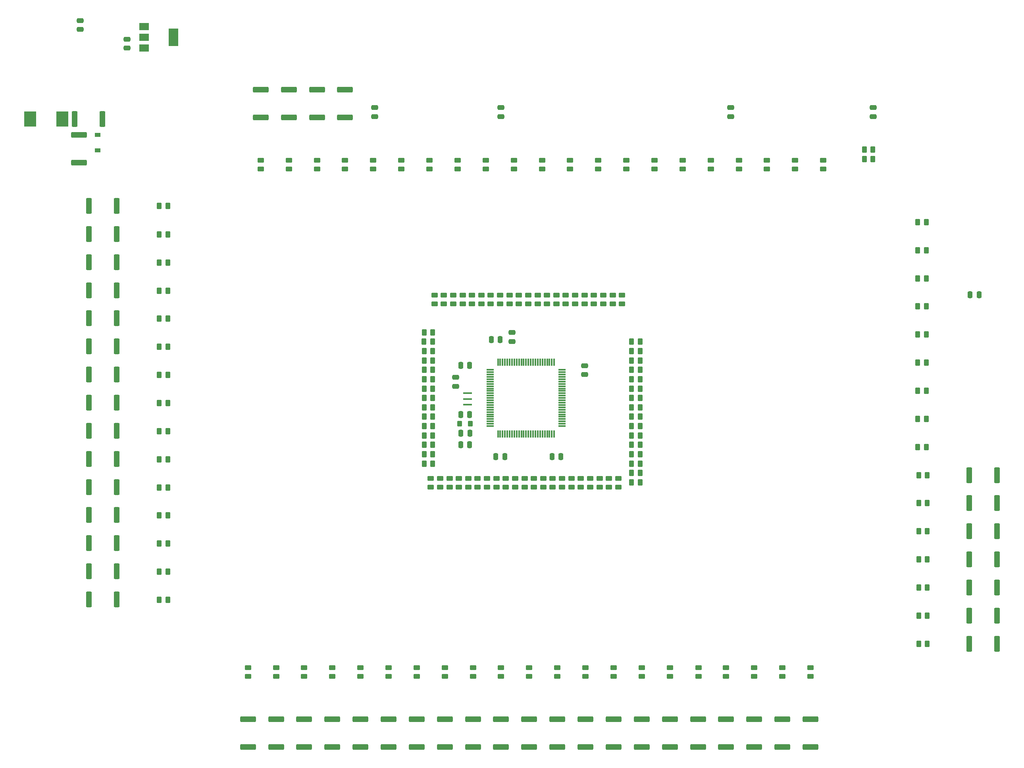
<source format=gbr>
%TF.GenerationSoftware,KiCad,Pcbnew,(6.0.9)*%
%TF.CreationDate,2023-01-18T11:33:35+02:00*%
%TF.ProjectId,SilosProject02,53696c6f-7350-4726-9f6a-65637430322e,rev?*%
%TF.SameCoordinates,Original*%
%TF.FileFunction,Paste,Top*%
%TF.FilePolarity,Positive*%
%FSLAX46Y46*%
G04 Gerber Fmt 4.6, Leading zero omitted, Abs format (unit mm)*
G04 Created by KiCad (PCBNEW (6.0.9)) date 2023-01-18 11:33:35*
%MOMM*%
%LPD*%
G01*
G04 APERTURE LIST*
G04 Aperture macros list*
%AMRoundRect*
0 Rectangle with rounded corners*
0 $1 Rounding radius*
0 $2 $3 $4 $5 $6 $7 $8 $9 X,Y pos of 4 corners*
0 Add a 4 corners polygon primitive as box body*
4,1,4,$2,$3,$4,$5,$6,$7,$8,$9,$2,$3,0*
0 Add four circle primitives for the rounded corners*
1,1,$1+$1,$2,$3*
1,1,$1+$1,$4,$5*
1,1,$1+$1,$6,$7*
1,1,$1+$1,$8,$9*
0 Add four rect primitives between the rounded corners*
20,1,$1+$1,$2,$3,$4,$5,0*
20,1,$1+$1,$4,$5,$6,$7,0*
20,1,$1+$1,$6,$7,$8,$9,0*
20,1,$1+$1,$8,$9,$2,$3,0*%
G04 Aperture macros list end*
%ADD10RoundRect,0.250000X-1.425000X0.362500X-1.425000X-0.362500X1.425000X-0.362500X1.425000X0.362500X0*%
%ADD11R,2.500000X3.300000*%
%ADD12RoundRect,0.250000X0.450000X-0.262500X0.450000X0.262500X-0.450000X0.262500X-0.450000X-0.262500X0*%
%ADD13RoundRect,0.250000X1.425000X-0.362500X1.425000X0.362500X-1.425000X0.362500X-1.425000X-0.362500X0*%
%ADD14RoundRect,0.250000X-0.450000X0.262500X-0.450000X-0.262500X0.450000X-0.262500X0.450000X0.262500X0*%
%ADD15RoundRect,0.250000X-0.475000X0.250000X-0.475000X-0.250000X0.475000X-0.250000X0.475000X0.250000X0*%
%ADD16RoundRect,0.250000X-0.262500X-0.450000X0.262500X-0.450000X0.262500X0.450000X-0.262500X0.450000X0*%
%ADD17RoundRect,0.250000X0.262500X0.450000X-0.262500X0.450000X-0.262500X-0.450000X0.262500X-0.450000X0*%
%ADD18RoundRect,0.250000X-0.362500X-1.425000X0.362500X-1.425000X0.362500X1.425000X-0.362500X1.425000X0*%
%ADD19R,1.200000X0.900000*%
%ADD20RoundRect,0.250000X0.362500X1.425000X-0.362500X1.425000X-0.362500X-1.425000X0.362500X-1.425000X0*%
%ADD21RoundRect,0.250000X0.250000X0.475000X-0.250000X0.475000X-0.250000X-0.475000X0.250000X-0.475000X0*%
%ADD22R,1.900000X0.400000*%
%ADD23RoundRect,0.075000X-0.725000X-0.075000X0.725000X-0.075000X0.725000X0.075000X-0.725000X0.075000X0*%
%ADD24RoundRect,0.075000X-0.075000X-0.725000X0.075000X-0.725000X0.075000X0.725000X-0.075000X0.725000X0*%
%ADD25R,2.000000X1.500000*%
%ADD26R,2.000000X3.800000*%
%ADD27RoundRect,0.250000X0.475000X-0.250000X0.475000X0.250000X-0.475000X0.250000X-0.475000X-0.250000X0*%
%ADD28RoundRect,0.250000X-0.250000X-0.475000X0.250000X-0.475000X0.250000X0.475000X-0.250000X0.475000X0*%
%ADD29RoundRect,0.250000X-0.275000X-0.350000X0.275000X-0.350000X0.275000X0.350000X-0.275000X0.350000X0*%
G04 APERTURE END LIST*
D10*
%TO.C,R112*%
X-387000000Y-569537500D03*
X-387000000Y-575462500D03*
%TD*%
D11*
%TO.C,D25*%
X-480637500Y-441500000D03*
X-487437500Y-441500000D03*
%TD*%
D12*
%TO.C,R117*%
X-405000000Y-560412500D03*
X-405000000Y-558587500D03*
%TD*%
%TO.C,R268*%
X-387200000Y-480912500D03*
X-387200000Y-479087500D03*
%TD*%
D13*
%TO.C,R222*%
X-432275000Y-441162500D03*
X-432275000Y-435237500D03*
%TD*%
D14*
%TO.C,R107*%
X-392000000Y-518175000D03*
X-392000000Y-520000000D03*
%TD*%
%TO.C,R119*%
X-400000000Y-518175000D03*
X-400000000Y-520000000D03*
%TD*%
D15*
%TO.C,C13*%
X-387000000Y-439050000D03*
X-387000000Y-440950000D03*
%TD*%
D12*
%TO.C,R88*%
X-393000000Y-560412500D03*
X-393000000Y-558587500D03*
%TD*%
D16*
%TO.C,R175*%
X-359162500Y-517000000D03*
X-357337500Y-517000000D03*
%TD*%
D17*
%TO.C,R201*%
X-296087500Y-535462500D03*
X-297912500Y-535462500D03*
%TD*%
D14*
%TO.C,R132*%
X-398000000Y-518175000D03*
X-398000000Y-520000000D03*
%TD*%
D17*
%TO.C,R215*%
X-296087500Y-529462500D03*
X-297912500Y-529462500D03*
%TD*%
D13*
%TO.C,R236*%
X-438275000Y-441162500D03*
X-438275000Y-435237500D03*
%TD*%
D12*
%TO.C,R284*%
X-391200000Y-480912500D03*
X-391200000Y-479087500D03*
%TD*%
%TO.C,R182*%
X-327000000Y-560412500D03*
X-327000000Y-558587500D03*
%TD*%
D14*
%TO.C,R184*%
X-374000000Y-518175000D03*
X-374000000Y-520000000D03*
%TD*%
D12*
%TO.C,R234*%
X-401200000Y-480912500D03*
X-401200000Y-479087500D03*
%TD*%
D17*
%TO.C,R226*%
X-296287500Y-469462500D03*
X-298112500Y-469462500D03*
%TD*%
D13*
%TO.C,R208*%
X-426275000Y-441162500D03*
X-426275000Y-435237500D03*
%TD*%
D10*
%TO.C,R109*%
X-411000000Y-569537500D03*
X-411000000Y-575462500D03*
%TD*%
D14*
%TO.C,R251*%
X-318275000Y-450287500D03*
X-318275000Y-452112500D03*
%TD*%
D17*
%TO.C,R67*%
X-401587500Y-495000000D03*
X-403412500Y-495000000D03*
%TD*%
D12*
%TO.C,R73*%
X-399000000Y-560412500D03*
X-399000000Y-558587500D03*
%TD*%
D10*
%TO.C,R106*%
X-441000000Y-569537500D03*
X-441000000Y-575462500D03*
%TD*%
D16*
%TO.C,R38*%
X-459912500Y-526087500D03*
X-458087500Y-526087500D03*
%TD*%
D18*
%TO.C,R219*%
X-287162500Y-529462500D03*
X-281237500Y-529462500D03*
%TD*%
D14*
%TO.C,R261*%
X-324275000Y-450287500D03*
X-324275000Y-452112500D03*
%TD*%
D17*
%TO.C,R153*%
X-296087500Y-553462500D03*
X-297912500Y-553462500D03*
%TD*%
D13*
%TO.C,R258*%
X-420275000Y-441162500D03*
X-420275000Y-435237500D03*
%TD*%
D14*
%TO.C,R262*%
X-348275000Y-450287500D03*
X-348275000Y-452112500D03*
%TD*%
D18*
%TO.C,R192*%
X-287162500Y-541462500D03*
X-281237500Y-541462500D03*
%TD*%
D10*
%TO.C,R189*%
X-327000000Y-569537500D03*
X-327000000Y-575462500D03*
%TD*%
D15*
%TO.C,C14*%
X-414000000Y-439050000D03*
X-414000000Y-440950000D03*
%TD*%
D10*
%TO.C,R141*%
X-375000000Y-569537500D03*
X-375000000Y-575462500D03*
%TD*%
D16*
%TO.C,R86*%
X-459912500Y-544087500D03*
X-458087500Y-544087500D03*
%TD*%
D19*
%TO.C,D26*%
X-473037500Y-444850000D03*
X-473037500Y-448150000D03*
%TD*%
D16*
%TO.C,R259*%
X-359162500Y-503000000D03*
X-357337500Y-503000000D03*
%TD*%
D20*
%TO.C,R29*%
X-469037500Y-496000000D03*
X-474962500Y-496000000D03*
%TD*%
D18*
%TO.C,R177*%
X-287162500Y-547462500D03*
X-281237500Y-547462500D03*
%TD*%
D12*
%TO.C,R265*%
X-363200000Y-480912500D03*
X-363200000Y-479087500D03*
%TD*%
%TO.C,R116*%
X-435000000Y-560412500D03*
X-435000000Y-558587500D03*
%TD*%
D14*
%TO.C,R104*%
X-402000000Y-518175000D03*
X-402000000Y-520000000D03*
%TD*%
D10*
%TO.C,R156*%
X-369000000Y-569537500D03*
X-369000000Y-575462500D03*
%TD*%
D17*
%TO.C,R45*%
X-401587500Y-509000000D03*
X-403412500Y-509000000D03*
%TD*%
D16*
%TO.C,R227*%
X-359162500Y-499000000D03*
X-357337500Y-499000000D03*
%TD*%
D17*
%TO.C,R60*%
X-401587500Y-511000000D03*
X-403412500Y-511000000D03*
%TD*%
D12*
%TO.C,R289*%
X-369200000Y-480912500D03*
X-369200000Y-479087500D03*
%TD*%
D21*
%TO.C,C5*%
X-386225000Y-513500000D03*
X-388125000Y-513500000D03*
%TD*%
D22*
%TO.C,Y1*%
X-394175000Y-500000000D03*
X-394175000Y-501200000D03*
X-394175000Y-502400000D03*
%TD*%
D18*
%TO.C,R233*%
X-287162500Y-523462500D03*
X-281237500Y-523462500D03*
%TD*%
%TO.C,R162*%
X-287162500Y-553462500D03*
X-281237500Y-553462500D03*
%TD*%
D16*
%TO.C,R228*%
X-359162500Y-491000000D03*
X-357337500Y-491000000D03*
%TD*%
D10*
%TO.C,R199*%
X-351000000Y-569537500D03*
X-351000000Y-575462500D03*
%TD*%
D18*
%TO.C,R205*%
X-287162500Y-535462500D03*
X-281237500Y-535462500D03*
%TD*%
D10*
%TO.C,R134*%
X-429000000Y-569537500D03*
X-429000000Y-575462500D03*
%TD*%
D12*
%TO.C,R273*%
X-365200000Y-480912500D03*
X-365200000Y-479087500D03*
%TD*%
%TO.C,R281*%
X-367200000Y-480912500D03*
X-367200000Y-479087500D03*
%TD*%
%TO.C,R292*%
X-393200000Y-480912500D03*
X-393200000Y-479087500D03*
%TD*%
D10*
%TO.C,R124*%
X-405000000Y-569537500D03*
X-405000000Y-575462500D03*
%TD*%
D12*
%TO.C,R101*%
X-441000000Y-560412500D03*
X-441000000Y-558587500D03*
%TD*%
D10*
%TO.C,R159*%
X-339000000Y-569537500D03*
X-339000000Y-575462500D03*
%TD*%
D23*
%TO.C,U3*%
X-389350000Y-495000000D03*
X-389350000Y-495500000D03*
X-389350000Y-496000000D03*
X-389350000Y-496500000D03*
X-389350000Y-497000000D03*
X-389350000Y-497500000D03*
X-389350000Y-498000000D03*
X-389350000Y-498500000D03*
X-389350000Y-499000000D03*
X-389350000Y-499500000D03*
X-389350000Y-500000000D03*
X-389350000Y-500500000D03*
X-389350000Y-501000000D03*
X-389350000Y-501500000D03*
X-389350000Y-502000000D03*
X-389350000Y-502500000D03*
X-389350000Y-503000000D03*
X-389350000Y-503500000D03*
X-389350000Y-504000000D03*
X-389350000Y-504500000D03*
X-389350000Y-505000000D03*
X-389350000Y-505500000D03*
X-389350000Y-506000000D03*
X-389350000Y-506500000D03*
X-389350000Y-507000000D03*
D24*
X-387675000Y-508675000D03*
X-387175000Y-508675000D03*
X-386675000Y-508675000D03*
X-386175000Y-508675000D03*
X-385675000Y-508675000D03*
X-385175000Y-508675000D03*
X-384675000Y-508675000D03*
X-384175000Y-508675000D03*
X-383675000Y-508675000D03*
X-383175000Y-508675000D03*
X-382675000Y-508675000D03*
X-382175000Y-508675000D03*
X-381675000Y-508675000D03*
X-381175000Y-508675000D03*
X-380675000Y-508675000D03*
X-380175000Y-508675000D03*
X-379675000Y-508675000D03*
X-379175000Y-508675000D03*
X-378675000Y-508675000D03*
X-378175000Y-508675000D03*
X-377675000Y-508675000D03*
X-377175000Y-508675000D03*
X-376675000Y-508675000D03*
X-376175000Y-508675000D03*
X-375675000Y-508675000D03*
D23*
X-374000000Y-507000000D03*
X-374000000Y-506500000D03*
X-374000000Y-506000000D03*
X-374000000Y-505500000D03*
X-374000000Y-505000000D03*
X-374000000Y-504500000D03*
X-374000000Y-504000000D03*
X-374000000Y-503500000D03*
X-374000000Y-503000000D03*
X-374000000Y-502500000D03*
X-374000000Y-502000000D03*
X-374000000Y-501500000D03*
X-374000000Y-501000000D03*
X-374000000Y-500500000D03*
X-374000000Y-500000000D03*
X-374000000Y-499500000D03*
X-374000000Y-499000000D03*
X-374000000Y-498500000D03*
X-374000000Y-498000000D03*
X-374000000Y-497500000D03*
X-374000000Y-497000000D03*
X-374000000Y-496500000D03*
X-374000000Y-496000000D03*
X-374000000Y-495500000D03*
X-374000000Y-495000000D03*
D24*
X-375675000Y-493325000D03*
X-376175000Y-493325000D03*
X-376675000Y-493325000D03*
X-377175000Y-493325000D03*
X-377675000Y-493325000D03*
X-378175000Y-493325000D03*
X-378675000Y-493325000D03*
X-379175000Y-493325000D03*
X-379675000Y-493325000D03*
X-380175000Y-493325000D03*
X-380675000Y-493325000D03*
X-381175000Y-493325000D03*
X-381675000Y-493325000D03*
X-382175000Y-493325000D03*
X-382675000Y-493325000D03*
X-383175000Y-493325000D03*
X-383675000Y-493325000D03*
X-384175000Y-493325000D03*
X-384675000Y-493325000D03*
X-385175000Y-493325000D03*
X-385675000Y-493325000D03*
X-386175000Y-493325000D03*
X-386675000Y-493325000D03*
X-387175000Y-493325000D03*
X-387675000Y-493325000D03*
%TD*%
D10*
%TO.C,R97*%
X-393000000Y-569537500D03*
X-393000000Y-575462500D03*
%TD*%
D14*
%TO.C,R197*%
X-372000000Y-518175000D03*
X-372000000Y-520000000D03*
%TD*%
%TO.C,R287*%
X-390275000Y-450287500D03*
X-390275000Y-452112500D03*
%TD*%
D20*
%TO.C,R26*%
X-469037500Y-466000000D03*
X-474962500Y-466000000D03*
%TD*%
D14*
%TO.C,R157*%
X-368000000Y-518175000D03*
X-368000000Y-520000000D03*
%TD*%
D16*
%TO.C,R242*%
X-359162500Y-489000000D03*
X-357337500Y-489000000D03*
%TD*%
D20*
%TO.C,R17*%
X-469037500Y-514000000D03*
X-474962500Y-514000000D03*
%TD*%
D14*
%TO.C,R264*%
X-396275000Y-450287500D03*
X-396275000Y-452112500D03*
%TD*%
D10*
%TO.C,R79*%
X-423000000Y-569537500D03*
X-423000000Y-575462500D03*
%TD*%
D16*
%TO.C,R36*%
X-459912500Y-472087500D03*
X-458087500Y-472087500D03*
%TD*%
D17*
%TO.C,R15*%
X-401587500Y-505000000D03*
X-403412500Y-505000000D03*
%TD*%
D20*
%TO.C,R91*%
X-469037500Y-544000000D03*
X-474962500Y-544000000D03*
%TD*%
D15*
%TO.C,C12*%
X-307600000Y-439050000D03*
X-307600000Y-440950000D03*
%TD*%
D10*
%TO.C,R171*%
X-363000000Y-569537500D03*
X-363000000Y-575462500D03*
%TD*%
D16*
%TO.C,R3*%
X-309512500Y-448000000D03*
X-307687500Y-448000000D03*
%TD*%
D17*
%TO.C,R240*%
X-296287500Y-463462500D03*
X-298112500Y-463462500D03*
%TD*%
D25*
%TO.C,U7*%
X-463150000Y-421700000D03*
D26*
X-456850000Y-424000000D03*
D25*
X-463150000Y-424000000D03*
X-463150000Y-426300000D03*
%TD*%
D14*
%TO.C,R110*%
X-384000000Y-518175000D03*
X-384000000Y-520000000D03*
%TD*%
%TO.C,R279*%
X-384275000Y-450287500D03*
X-384275000Y-452112500D03*
%TD*%
D16*
%TO.C,R190*%
X-359162500Y-515000000D03*
X-357337500Y-515000000D03*
%TD*%
D20*
%TO.C,R11*%
X-469037500Y-460000000D03*
X-474962500Y-460000000D03*
%TD*%
D17*
%TO.C,R24*%
X-401600000Y-489000000D03*
X-403425000Y-489000000D03*
%TD*%
D14*
%TO.C,R230*%
X-438275000Y-450287500D03*
X-438275000Y-452112500D03*
%TD*%
D17*
%TO.C,R74*%
X-401587500Y-513000000D03*
X-403412500Y-513000000D03*
%TD*%
D12*
%TO.C,R196*%
X-351000000Y-560412500D03*
X-351000000Y-558587500D03*
%TD*%
D27*
%TO.C,C19*%
X-466800000Y-426350000D03*
X-466800000Y-424450000D03*
%TD*%
D12*
%TO.C,R137*%
X-344912500Y-560412500D03*
X-344912500Y-558587500D03*
%TD*%
D17*
%TO.C,R168*%
X-296087500Y-547462500D03*
X-297912500Y-547462500D03*
%TD*%
D14*
%TO.C,R270*%
X-354275000Y-450287500D03*
X-354275000Y-452112500D03*
%TD*%
%TO.C,R272*%
X-402275000Y-450287500D03*
X-402275000Y-452112500D03*
%TD*%
D20*
%TO.C,R32*%
X-469037500Y-520000000D03*
X-474962500Y-520000000D03*
%TD*%
D16*
%TO.C,R213*%
X-359162500Y-501000000D03*
X-357337500Y-501000000D03*
%TD*%
D21*
%TO.C,C9*%
X-393675000Y-508500000D03*
X-395575000Y-508500000D03*
%TD*%
D14*
%TO.C,R154*%
X-378000000Y-518175000D03*
X-378000000Y-520000000D03*
%TD*%
D17*
%TO.C,R244*%
X-296087500Y-517462500D03*
X-297912500Y-517462500D03*
%TD*%
D21*
%TO.C,C10*%
X-393725000Y-511000000D03*
X-395625000Y-511000000D03*
%TD*%
D10*
%TO.C,R127*%
X-381000000Y-569537500D03*
X-381000000Y-575462500D03*
%TD*%
D12*
%TO.C,R283*%
X-383200000Y-480912500D03*
X-383200000Y-479087500D03*
%TD*%
%TO.C,R290*%
X-377200000Y-480912500D03*
X-377200000Y-479087500D03*
%TD*%
D16*
%TO.C,R53*%
X-459912500Y-532087500D03*
X-458087500Y-532087500D03*
%TD*%
D17*
%TO.C,R254*%
X-296287500Y-505462500D03*
X-298112500Y-505462500D03*
%TD*%
D14*
%TO.C,R288*%
X-414275000Y-450287500D03*
X-414275000Y-452112500D03*
%TD*%
%TO.C,R125*%
X-382000000Y-518175000D03*
X-382000000Y-520000000D03*
%TD*%
%TO.C,R255*%
X-420275000Y-450287500D03*
X-420275000Y-452112500D03*
%TD*%
D12*
%TO.C,R136*%
X-375000000Y-560412500D03*
X-375000000Y-558587500D03*
%TD*%
D14*
%TO.C,R285*%
X-342275000Y-450287500D03*
X-342275000Y-452112500D03*
%TD*%
D12*
%TO.C,R118*%
X-381000000Y-560412500D03*
X-381000000Y-558587500D03*
%TD*%
%TO.C,R256*%
X-395200000Y-480912500D03*
X-395200000Y-479087500D03*
%TD*%
D16*
%TO.C,R23*%
X-459912500Y-520087500D03*
X-458087500Y-520087500D03*
%TD*%
D20*
%TO.C,R44*%
X-469037500Y-502000000D03*
X-474962500Y-502000000D03*
%TD*%
D27*
%TO.C,C4*%
X-396675000Y-498500000D03*
X-396675000Y-496600000D03*
%TD*%
D12*
%TO.C,R87*%
X-417000000Y-560412500D03*
X-417000000Y-558587500D03*
%TD*%
D14*
%TO.C,R277*%
X-336275000Y-450287500D03*
X-336275000Y-452112500D03*
%TD*%
D20*
%TO.C,R14*%
X-469037500Y-490000000D03*
X-474962500Y-490000000D03*
%TD*%
D14*
%TO.C,R122*%
X-390000000Y-518175000D03*
X-390000000Y-520000000D03*
%TD*%
%TO.C,R92*%
X-394000000Y-518175000D03*
X-394000000Y-520000000D03*
%TD*%
D20*
%TO.C,R76*%
X-469037500Y-538000000D03*
X-474962500Y-538000000D03*
%TD*%
D12*
%TO.C,R282*%
X-375200000Y-480912500D03*
X-375200000Y-479087500D03*
%TD*%
D10*
%TO.C,R5*%
X-477037500Y-444837500D03*
X-477037500Y-450762500D03*
%TD*%
D12*
%TO.C,R152*%
X-339000000Y-560412500D03*
X-339000000Y-558587500D03*
%TD*%
D14*
%TO.C,R216*%
X-432275000Y-450287500D03*
X-432275000Y-452112500D03*
%TD*%
D16*
%TO.C,R241*%
X-359162500Y-497000000D03*
X-357337500Y-497000000D03*
%TD*%
D12*
%TO.C,R102*%
X-411000000Y-560412500D03*
X-411000000Y-558587500D03*
%TD*%
D14*
%TO.C,R280*%
X-408275000Y-450287500D03*
X-408275000Y-452112500D03*
%TD*%
D16*
%TO.C,R7*%
X-459912500Y-490087500D03*
X-458087500Y-490087500D03*
%TD*%
D12*
%TO.C,R103*%
X-387000000Y-560412500D03*
X-387000000Y-558587500D03*
%TD*%
D16*
%TO.C,R2*%
X-309512500Y-450000000D03*
X-307687500Y-450000000D03*
%TD*%
D12*
%TO.C,R291*%
X-385200000Y-480912500D03*
X-385200000Y-479087500D03*
%TD*%
%TO.C,R220*%
X-399200000Y-480912500D03*
X-399200000Y-479087500D03*
%TD*%
D17*
%TO.C,R9*%
X-401587500Y-487000000D03*
X-403412500Y-487000000D03*
%TD*%
D10*
%TO.C,R186*%
X-357000000Y-569537500D03*
X-357000000Y-575462500D03*
%TD*%
D12*
%TO.C,R253*%
X-361200000Y-480912500D03*
X-361200000Y-479087500D03*
%TD*%
%TO.C,R151*%
X-369000000Y-560412500D03*
X-369000000Y-558587500D03*
%TD*%
D16*
%TO.C,R203*%
X-359162500Y-513000000D03*
X-357337500Y-513000000D03*
%TD*%
D17*
%TO.C,R42*%
X-401587500Y-501000000D03*
X-403412500Y-501000000D03*
%TD*%
D14*
%TO.C,R278*%
X-360275000Y-450287500D03*
X-360275000Y-452112500D03*
%TD*%
D17*
%TO.C,R225*%
X-296287500Y-493462500D03*
X-298112500Y-493462500D03*
%TD*%
D12*
%TO.C,R276*%
X-389200000Y-480912500D03*
X-389200000Y-479087500D03*
%TD*%
D17*
%TO.C,R30*%
X-401587500Y-507000000D03*
X-403412500Y-507000000D03*
%TD*%
D16*
%TO.C,R52*%
X-459912500Y-508087500D03*
X-458087500Y-508087500D03*
%TD*%
D20*
%TO.C,R56*%
X-469037500Y-478000000D03*
X-474962500Y-478000000D03*
%TD*%
D12*
%TO.C,R166*%
X-363000000Y-560412500D03*
X-363000000Y-558587500D03*
%TD*%
%TO.C,R274*%
X-373200000Y-480912500D03*
X-373200000Y-479087500D03*
%TD*%
D10*
%TO.C,R94*%
X-417000000Y-569537500D03*
X-417000000Y-575462500D03*
%TD*%
D20*
%TO.C,R69*%
X-469037500Y-484000000D03*
X-474962500Y-484000000D03*
%TD*%
D16*
%TO.C,R252*%
X-359162500Y-495000000D03*
X-357337500Y-495000000D03*
%TD*%
D12*
%TO.C,R72*%
X-423000000Y-560412500D03*
X-423000000Y-558587500D03*
%TD*%
%TO.C,R167*%
X-333000000Y-560412500D03*
X-333000000Y-558587500D03*
%TD*%
D14*
%TO.C,R269*%
X-330275000Y-450287500D03*
X-330275000Y-452112500D03*
%TD*%
D17*
%TO.C,R250*%
X-296287500Y-481462500D03*
X-298112500Y-481462500D03*
%TD*%
D15*
%TO.C,C7*%
X-369175000Y-494100000D03*
X-369175000Y-496000000D03*
%TD*%
D16*
%TO.C,R6*%
X-459912500Y-460000000D03*
X-458087500Y-460000000D03*
%TD*%
D12*
%TO.C,R181*%
X-357000000Y-560412500D03*
X-357000000Y-558587500D03*
%TD*%
D21*
%TO.C,C3*%
X-393725000Y-494000000D03*
X-395625000Y-494000000D03*
%TD*%
D10*
%TO.C,R144*%
X-345000000Y-569537500D03*
X-345000000Y-575462500D03*
%TD*%
D14*
%TO.C,R271*%
X-378275000Y-450287500D03*
X-378275000Y-452112500D03*
%TD*%
D17*
%TO.C,R211*%
X-296287500Y-499462500D03*
X-298112500Y-499462500D03*
%TD*%
D16*
%TO.C,R66*%
X-459912500Y-484087500D03*
X-458087500Y-484087500D03*
%TD*%
D12*
%TO.C,R138*%
X-321000000Y-560412500D03*
X-321000000Y-558587500D03*
%TD*%
D16*
%TO.C,R51*%
X-459912500Y-478087500D03*
X-458087500Y-478087500D03*
%TD*%
%TO.C,R37*%
X-459912500Y-502087500D03*
X-458087500Y-502087500D03*
%TD*%
%TO.C,R231*%
X-359162500Y-509000000D03*
X-357337500Y-509000000D03*
%TD*%
D21*
%TO.C,C2*%
X-285050000Y-479000000D03*
X-286950000Y-479000000D03*
%TD*%
D17*
%TO.C,R243*%
X-296287500Y-511462500D03*
X-298112500Y-511462500D03*
%TD*%
D10*
%TO.C,R82*%
X-399000000Y-569537500D03*
X-399000000Y-575462500D03*
%TD*%
D28*
%TO.C,C8*%
X-389075000Y-488500000D03*
X-387175000Y-488500000D03*
%TD*%
D14*
%TO.C,R145*%
X-362000000Y-518175000D03*
X-362000000Y-520000000D03*
%TD*%
%TO.C,R187*%
X-364000000Y-518175000D03*
X-364000000Y-520000000D03*
%TD*%
D16*
%TO.C,R21*%
X-459912500Y-466087500D03*
X-458087500Y-466087500D03*
%TD*%
D29*
%TO.C,L1*%
X-395825000Y-506500000D03*
X-393525000Y-506500000D03*
%TD*%
D20*
%TO.C,R62*%
X-469000000Y-532000000D03*
X-474925000Y-532000000D03*
%TD*%
D14*
%TO.C,R169*%
X-376000000Y-518175000D03*
X-376000000Y-520000000D03*
%TD*%
D17*
%TO.C,R12*%
X-401587500Y-497000000D03*
X-403412500Y-497000000D03*
%TD*%
D14*
%TO.C,R286*%
X-366275000Y-450287500D03*
X-366275000Y-452112500D03*
%TD*%
D16*
%TO.C,R160*%
X-359162500Y-519000000D03*
X-357337500Y-519000000D03*
%TD*%
D20*
%TO.C,R47*%
X-469037500Y-526000000D03*
X-474962500Y-526000000D03*
%TD*%
D16*
%TO.C,R8*%
X-459912500Y-514087500D03*
X-458087500Y-514087500D03*
%TD*%
D14*
%TO.C,R139*%
X-380000000Y-518175000D03*
X-380000000Y-520000000D03*
%TD*%
D17*
%TO.C,R89*%
X-401587500Y-515000000D03*
X-403412500Y-515000000D03*
%TD*%
D18*
%TO.C,R4*%
X-478000000Y-441500000D03*
X-472075000Y-441500000D03*
%TD*%
D17*
%TO.C,R27*%
X-401587500Y-499000000D03*
X-403412500Y-499000000D03*
%TD*%
D21*
%TO.C,C6*%
X-374225000Y-513500000D03*
X-376125000Y-513500000D03*
%TD*%
D10*
%TO.C,R174*%
X-333000000Y-569537500D03*
X-333000000Y-575462500D03*
%TD*%
D16*
%TO.C,R217*%
X-359162500Y-511000000D03*
X-357337500Y-511000000D03*
%TD*%
D17*
%TO.C,R212*%
X-296287500Y-475462500D03*
X-298112500Y-475462500D03*
%TD*%
%TO.C,R229*%
X-296087500Y-523462500D03*
X-297912500Y-523462500D03*
%TD*%
D12*
%TO.C,R275*%
X-381200000Y-480912500D03*
X-381200000Y-479087500D03*
%TD*%
D14*
%TO.C,R80*%
X-388000000Y-518175000D03*
X-388000000Y-520000000D03*
%TD*%
D16*
%TO.C,R248*%
X-359162500Y-505000000D03*
X-357337500Y-505000000D03*
%TD*%
D14*
%TO.C,R172*%
X-366000000Y-518175000D03*
X-366000000Y-520000000D03*
%TD*%
%TO.C,R202*%
X-426275000Y-450287500D03*
X-426275000Y-452112500D03*
%TD*%
D17*
%TO.C,R54*%
X-401587500Y-493000000D03*
X-403412500Y-493000000D03*
%TD*%
D21*
%TO.C,C1*%
X-393725000Y-504500000D03*
X-395625000Y-504500000D03*
%TD*%
D15*
%TO.C,R1*%
X-384675000Y-487050000D03*
X-384675000Y-488950000D03*
%TD*%
D16*
%TO.C,R71*%
X-459912500Y-538087500D03*
X-458087500Y-538087500D03*
%TD*%
%TO.C,R22*%
X-459912500Y-496087500D03*
X-458087500Y-496087500D03*
%TD*%
D10*
%TO.C,R121*%
X-435000000Y-569537500D03*
X-435000000Y-575462500D03*
%TD*%
D17*
%TO.C,R239*%
X-296287500Y-487462500D03*
X-298112500Y-487462500D03*
%TD*%
D20*
%TO.C,R59*%
X-469037500Y-508000000D03*
X-474962500Y-508000000D03*
%TD*%
D18*
%TO.C,R247*%
X-287162500Y-517462500D03*
X-281237500Y-517462500D03*
%TD*%
D20*
%TO.C,R41*%
X-469037500Y-472000000D03*
X-474962500Y-472000000D03*
%TD*%
D15*
%TO.C,C17*%
X-476800000Y-420450000D03*
X-476800000Y-422350000D03*
%TD*%
D14*
%TO.C,R95*%
X-386000000Y-518175000D03*
X-386000000Y-520000000D03*
%TD*%
D17*
%TO.C,R39*%
X-401587500Y-491000000D03*
X-403412500Y-491000000D03*
%TD*%
D14*
%TO.C,R142*%
X-370000000Y-518175000D03*
X-370000000Y-520000000D03*
%TD*%
D12*
%TO.C,R206*%
X-397200000Y-480912500D03*
X-397200000Y-479087500D03*
%TD*%
%TO.C,R131*%
X-429000000Y-560412500D03*
X-429000000Y-558587500D03*
%TD*%
D16*
%TO.C,R245*%
X-359162500Y-507000000D03*
X-357337500Y-507000000D03*
%TD*%
D14*
%TO.C,R263*%
X-372275000Y-450287500D03*
X-372275000Y-452112500D03*
%TD*%
D17*
%TO.C,R183*%
X-296087500Y-541462500D03*
X-297912500Y-541462500D03*
%TD*%
D12*
%TO.C,R266*%
X-371200000Y-480912500D03*
X-371200000Y-479087500D03*
%TD*%
D17*
%TO.C,R57*%
X-401587500Y-503000000D03*
X-403412500Y-503000000D03*
%TD*%
D12*
%TO.C,R267*%
X-379200000Y-480912500D03*
X-379200000Y-479087500D03*
%TD*%
D10*
%TO.C,R147*%
X-321000000Y-569537500D03*
X-321000000Y-575462500D03*
%TD*%
D14*
%TO.C,R77*%
X-396000000Y-518175000D03*
X-396000000Y-520000000D03*
%TD*%
D16*
%TO.C,R214*%
X-359162500Y-493000000D03*
X-357337500Y-493000000D03*
%TD*%
D15*
%TO.C,C11*%
X-338000000Y-439050000D03*
X-338000000Y-440950000D03*
%TD*%
M02*

</source>
